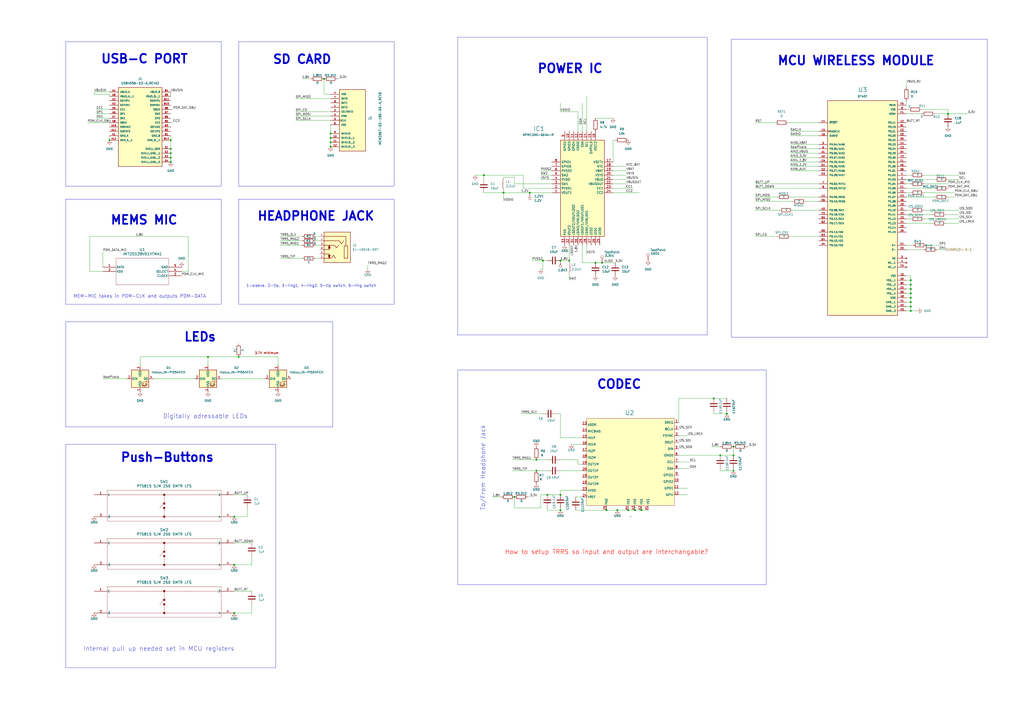
<source format=kicad_sch>
(kicad_sch (version 20231120) (generator "eeschema") (generator_version "8.0")
  (paper "A2")
  (junction (at 138.43 207.01))
  (junction (at 372.11 295.91))
  (junction (at 298.45 288.29))
  (junction (at 414.02 231.14))
  (junction (at 280.67 101.6))
  (junction (at 292.1 111.76))
  (junction (at 364.49 295.91))
  (junction (at 325.12 287.02))
  (junction (at 528.32 172.72))
  (junction (at 99.06 86.36))
  (junction (at 191.77 80.01))
  (junction (at 425.45 259.08))
  (junction (at 63.5 81.28))
  (junction (at 99.06 93.98))
  (junction (at 99.06 88.9))
  (junction (at 528.32 167.64))
  (junction (at 528.32 177.8))
  (junction (at 368.3 295.91))
  (junction (at 120.65 207.01))
  (junction (at 425.45 273.05))
  (junction (at 349.25 152.4))
  (junction (at 135.89 355.6))
  (junction (at 307.34 111.76))
  (junction (at 135.89 327.66))
  (junction (at 417.83 264.16))
  (junction (at 421.64 240.03))
  (junction (at 314.96 151.13))
  (junction (at 345.44 152.4))
  (junction (at 99.06 91.44))
  (junction (at 528.32 170.18))
  (junction (at 549.91 66.04))
  (junction (at 325.12 151.13))
  (junction (at 311.15 273.05))
  (junction (at 528.32 175.26))
  (junction (at 191.77 85.09))
  (junction (at 358.14 295.91))
  (junction (at 191.77 82.55))
  (junction (at 528.32 180.34))
  (junction (at 135.89 299.72))
  (junction (at 187.96 45.72))
  (junction (at 325.12 295.91))
  (junction (at 528.32 165.1))
  (junction (at 528.32 162.56))
  (junction (at 317.5 287.02))
  (junction (at 425.45 264.16))
  (junction (at 191.77 77.47))
  (junction (at 311.15 266.7))
  (junction (at 330.2 151.13))
  (junction (at 351.79 295.91))
  (junction (at 99.06 81.28))
  (bus_entry (at 113.03 195.58) (size 2.54 2.54))
  (bus_entry (at 113.03 194.31) (size 2.54 2.54))
  (bus_entry (at 668.02 199.39) (size 2.54 2.54))
  (wire (pts (xy 280.67 104.14) (xy 280.67 101.6)))
  (wire (pts (xy 303.53 101.6) (xy 303.53 109.22)))
  (wire (pts (xy 553.72 111.76) (xy 535.94 111.76)))
  (wire (pts (xy 99.06 81.28) (xy 99.06 86.36)))
  (wire (pts (xy 54.61 53.34) (xy 63.5 53.34)))
  (wire (pts (xy 398.78 283.21) (xy 393.7 283.21)))
  (wire (pts (xy 528.32 165.1) (xy 528.32 167.64)))
  (wire (pts (xy 52.07 137.16) (xy 109.22 137.16)))
  (wire (pts (xy 355.6 111.76) (xy 370.84 111.76)))
  (wire (pts (xy 528.32 127) (xy 525.78 127)))
  (wire (pts (xy 55.88 68.58) (xy 63.5 68.58)))
  (wire (pts (xy 525.78 48.26) (xy 525.78 50.8)))
  (wire (pts (xy 285.75 288.29) (xy 290.83 288.29)))
  (wire (pts (xy 417.83 271.78) (xy 417.83 273.05)))
  (wire (pts (xy 525.78 162.56) (xy 528.32 162.56)))
  (wire (pts (xy 100.33 71.12) (xy 99.06 71.12)))
  (wire (pts (xy 143.51 287.02) (xy 135.89 287.02)))
  (wire (pts (xy 549.91 63.5) (xy 549.91 66.04)))
  (wire (pts (xy 458.47 137.16) (xy 474.98 137.16)))
  (wire (pts (xy 334.01 295.91) (xy 351.79 295.91)))
  (wire (pts (xy 307.34 288.29) (xy 306.07 288.29)))
  (wire (pts (xy 313.69 287.02) (xy 317.5 287.02)))
  (wire (pts (xy 542.29 104.14) (xy 525.78 104.14)))
  (wire (pts (xy 337.82 142.24) (xy 337.82 152.4)))
  (wire (pts (xy 337.82 152.4) (xy 345.44 152.4)))
  (wire (pts (xy 556.26 127) (xy 535.94 127)))
  (wire (pts (xy 556.26 101.6) (xy 535.94 101.6)))
  (wire (pts (xy 425.45 273.05) (xy 425.45 271.78)))
  (wire (pts (xy 303.53 109.22) (xy 320.04 109.22)))
  (wire (pts (xy 314.96 156.21) (xy 314.96 151.13)))
  (wire (pts (xy 182.88 137.16) (xy 185.42 137.16)))
  (wire (pts (xy 414.02 240.03) (xy 421.64 240.03)))
  (wire (pts (xy 325.12 254) (xy 337.82 254)))
  (wire (pts (xy 322.58 240.03) (xy 325.12 240.03)))
  (wire (pts (xy 331.47 257.81) (xy 337.82 257.81)))
  (wire (pts (xy 525.78 170.18) (xy 528.32 170.18)))
  (wire (pts (xy 191.77 80.01) (xy 191.77 82.55)))
  (wire (pts (xy 311.15 273.05) (xy 317.5 273.05)))
  (wire (pts (xy 187.96 54.61) (xy 191.77 54.61)))
  (wire (pts (xy 280.67 101.6) (xy 303.53 101.6)))
  (wire (pts (xy 355.6 101.6) (xy 363.22 101.6)))
  (wire (pts (xy 298.45 288.29) (xy 298.45 294.64)))
  (wire (pts (xy 292.1 110.49) (xy 292.1 111.76)))
  (wire (pts (xy 457.2 71.12) (xy 474.98 71.12)))
  (wire (pts (xy 358.14 295.91) (xy 364.49 295.91)))
  (wire (pts (xy 363.22 96.52) (xy 355.6 96.52)))
  (wire (pts (xy 542.29 109.22) (xy 525.78 109.22)))
  (wire (pts (xy 135.89 355.6) (xy 146.05 355.6)))
  (wire (pts (xy 556.26 104.14) (xy 549.91 104.14)))
  (wire (pts (xy 368.3 295.91) (xy 372.11 295.91)))
  (wire (pts (xy 556.26 129.54) (xy 548.64 129.54)))
  (wire (pts (xy 438.15 114.3) (xy 450.85 114.3)))
  (wire (pts (xy 135.89 299.72) (xy 143.51 299.72)))
  (wire (pts (xy 55.88 63.5) (xy 63.5 63.5)))
  (wire (pts (xy 171.45 67.31) (xy 191.77 67.31)))
  (wire (pts (xy 59.69 219.71) (xy 73.66 219.71)))
  (wire (pts (xy 162.56 149.86) (xy 175.26 149.86)))
  (wire (pts (xy 349.25 152.4) (xy 356.87 152.4)))
  (wire (pts (xy 325.12 284.48) (xy 337.82 284.48)))
  (wire (pts (xy 138.43 207.01) (xy 161.29 207.01)))
  (wire (pts (xy 280.67 111.76) (xy 292.1 111.76)))
  (wire (pts (xy 99.06 91.44) (xy 99.06 93.98)))
  (wire (pts (xy 458.47 78.74) (xy 474.98 78.74)))
  (wire (pts (xy 438.15 121.92) (xy 452.12 121.92)))
  (wire (pts (xy 414.02 231.14) (xy 421.64 231.14)))
  (wire (pts (xy 525.78 175.26) (xy 528.32 175.26)))
  (wire (pts (xy 120.65 207.01) (xy 120.65 212.09)))
  (wire (pts (xy 528.32 167.64) (xy 525.78 167.64)))
  (wire (pts (xy 414.02 240.03) (xy 414.02 238.76)))
  (wire (pts (xy 335.28 266.7) (xy 335.28 269.24)))
  (wire (pts (xy 458.47 114.3) (xy 474.98 114.3)))
  (wire (pts (xy 109.22 157.48) (xy 105.41 157.48)))
  (wire (pts (xy 372.11 295.91) (xy 375.92 295.91)))
  (wire (pts (xy 528.32 160.02) (xy 525.78 160.02)))
  (wire (pts (xy 561.34 66.04) (xy 549.91 66.04)))
  (wire (pts (xy 458.47 91.44) (xy 474.98 91.44)))
  (wire (pts (xy 438.15 109.22) (xy 474.98 109.22)))
  (wire (pts (xy 54.61 53.34) (xy 54.61 54.61)))
  (wire (pts (xy 313.69 294.64) (xy 313.69 287.02)))
  (wire (pts (xy 162.56 139.7) (xy 175.26 139.7)))
  (wire (pts (xy 367.03 109.22) (xy 355.6 109.22)))
  (wire (pts (xy 325.12 266.7) (xy 335.28 266.7)))
  (wire (pts (xy 553.72 114.3) (xy 549.91 114.3)))
  (wire (pts (xy 528.32 101.6) (xy 525.78 101.6)))
  (wire (pts (xy 340.36 147.32) (xy 340.36 142.24)))
  (wire (pts (xy 335.28 76.2) (xy 335.28 64.77)))
  (wire (pts (xy 302.26 240.03) (xy 314.96 240.03)))
  (wire (pts (xy 100.33 63.5) (xy 99.06 63.5)))
  (wire (pts (xy 297.18 266.7) (xy 311.15 266.7)))
  (wire (pts (xy 528.32 106.68) (xy 525.78 106.68)))
  (wire (pts (xy 337.82 273.05) (xy 325.12 273.05)))
  (wire (pts (xy 325.12 287.02) (xy 325.12 284.48)))
  (wire (pts (xy 187.96 45.72) (xy 187.96 54.61)))
  (wire (pts (xy 298.45 106.68) (xy 320.04 106.68)))
  (wire (pts (xy 438.15 116.84) (xy 459.74 116.84)))
  (wire (pts (xy 292.1 111.76) (xy 307.34 111.76)))
  (wire (pts (xy 135.89 327.66) (xy 146.05 327.66)))
  (wire (pts (xy 534.67 66.04) (xy 525.78 66.04)))
  (wire (pts (xy 191.77 77.47) (xy 191.77 80.01)))
  (wire (pts (xy 458.47 86.36) (xy 474.98 86.36)))
  (wire (pts (xy 458.47 88.9) (xy 474.98 88.9)))
  (wire (pts (xy 171.45 57.15) (xy 191.77 57.15)))
  (wire (pts (xy 313.69 99.06) (xy 320.04 99.06)))
  (wire (pts (xy 541.02 124.46) (xy 525.78 124.46)))
  (wire (pts (xy 525.78 180.34) (xy 528.32 180.34)))
  (wire (pts (xy 162.56 142.24) (xy 175.26 142.24)))
  (wire (pts (xy 325.12 151.13) (xy 330.2 151.13)))
  (wire (pts (xy 438.15 71.12) (xy 449.58 71.12)))
  (wire (pts (xy 541.02 129.54) (xy 525.78 129.54)))
  (wire (pts (xy 99.06 86.36) (xy 99.06 88.9)))
  (wire (pts (xy 120.65 207.01) (xy 138.43 207.01)))
  (wire (pts (xy 146.05 342.9) (xy 135.89 342.9)))
  (wire (pts (xy 191.77 82.55) (xy 191.77 85.09)))
  (wire (pts (xy 400.05 267.97) (xy 393.7 267.97)))
  (wire (pts (xy 308.61 151.13) (xy 314.96 151.13)))
  (wire (pts (xy 363.22 106.68) (xy 355.6 106.68)))
  (wire (pts (xy 313.69 101.6) (xy 320.04 101.6)))
  (wire (pts (xy 311.15 266.7) (xy 317.5 266.7)))
  (wire (pts (xy 182.88 142.24) (xy 185.42 142.24)))
  (wire (pts (xy 109.22 137.16) (xy 109.22 157.48)))
  (wire (pts (xy 81.28 207.01) (xy 120.65 207.01)))
  (wire (pts (xy 330.2 162.56) (xy 330.2 158.75)))
  (wire (pts (xy 549.91 66.04) (xy 542.29 66.04)))
  (wire (pts (xy 458.47 96.52) (xy 474.98 96.52)))
  (wire (pts (xy 528.32 170.18) (xy 528.32 172.72)))
  (wire (pts (xy 528.32 180.34) (xy 528.32 177.8)))
  (wire (pts (xy 52.07 157.48) (xy 52.07 137.16)))
  (wire (pts (xy 421.64 240.03) (xy 421.64 238.76)))
  (wire (pts (xy 196.85 45.72) (xy 195.58 45.72)))
  (wire (pts (xy 459.74 121.92) (xy 474.98 121.92)))
  (wire (pts (xy 534.67 63.5) (xy 549.91 63.5)))
  (wire (pts (xy 528.32 162.56) (xy 528.32 165.1)))
  (wire (pts (xy 55.88 66.04) (xy 63.5 66.04)))
  (wire (pts (xy 543.56 144.78) (xy 548.64 144.78)))
  (wire (pts (xy 175.26 45.72) (xy 180.34 45.72)))
  (wire (pts (xy 317.5 287.02) (xy 325.12 287.02)))
  (wire (pts (xy 528.32 177.8) (xy 528.32 175.26)))
  (wire (pts (xy 356.87 81.28) (xy 355.6 81.28)))
  (wire (pts (xy 363.22 99.06) (xy 355.6 99.06)))
  (wire (pts (xy 393.7 245.11) (xy 393.7 231.14)))
  (wire (pts (xy 298.45 102.87) (xy 298.45 106.68)))
  (wire (pts (xy 292.1 111.76) (xy 292.1 116.84)))
  (wire (pts (xy 317.5 295.91) (xy 317.5 294.64)))
  (wire (pts (xy 525.78 58.42) (xy 525.78 60.96)))
  (wire (pts (xy 317.5 295.91) (xy 325.12 295.91)))
  (wire (pts (xy 417.83 264.16) (xy 425.45 264.16)))
  (wire (pts (xy 398.78 252.73) (xy 393.7 252.73)))
  (wire (pts (xy 50.8 71.12) (xy 63.5 71.12)))
  (wire (pts (xy 549.91 106.68) (xy 535.94 106.68)))
  (wire (pts (xy 340.36 55.88) (xy 340.36 76.2)))
  (wire (pts (xy 544.83 142.24) (xy 537.21 142.24)))
  (wire (pts (xy 528.32 162.56) (xy 528.32 160.02)))
  (wire (pts (xy 434.34 259.08) (xy 433.07 259.08)))
  (wire (pts (xy 81.28 212.09) (xy 81.28 207.01)))
  (wire (pts (xy 146.05 355.6) (xy 146.05 350.52)))
  (wire (pts (xy 527.05 63.5) (xy 525.78 63.5)))
  (wire (pts (xy 458.47 99.06) (xy 474.98 99.06)))
  (wire (pts (xy 143.51 299.72) (xy 143.51 294.64)))
  (wire (pts (xy 438.15 137.16) (xy 450.85 137.16)))
  (wire (pts (xy 162.56 137.16) (xy 175.26 137.16)))
  (wire (pts (xy 528.32 111.76) (xy 525.78 111.76)))
  (wire (pts (xy 351.79 295.91) (xy 358.14 295.91)))
  (wire (pts (xy 330.2 142.24) (xy 330.2 151.13)))
  (wire (pts (xy 63.5 54.61) (xy 63.5 55.88)))
  (wire (pts (xy 99.06 78.74) (xy 99.06 81.28)))
  (wire (pts (xy 335.28 269.24) (xy 337.82 269.24)))
  (wire (pts (xy 364.49 295.91) (xy 368.3 295.91)))
  (wire (pts (xy 525.78 144.78) (xy 535.94 144.78)))
  (wire (pts (xy 458.47 83.82) (xy 474.98 83.82)))
  (wire (pts (xy 171.45 69.85) (xy 191.77 69.85)))
  (wire (pts (xy 63.5 78.74) (xy 63.5 81.28)))
  (wire (pts (xy 525.78 165.1) (xy 528.32 165.1)))
  (wire (pts (xy 400.05 271.78) (xy 393.7 271.78)))
  (wire (pts (xy 425.45 259.08) (xy 425.45 264.16)))
  (wire (pts (xy 146.05 314.96) (xy 135.89 314.96)))
  (wire (pts (xy 171.45 64.77) (xy 191.77 64.77)))
  (wire (pts (xy 355.6 68.58) (xy 345.44 68.58)))
  (wire (pts (xy 161.29 207.01) (xy 161.29 212.09)))
  (wire (pts (xy 556.26 121.92) (xy 535.94 121.92)))
  (wire (pts (xy 313.69 104.14) (xy 320.04 104.14)))
  (wire (pts (xy 337.82 59.69) (xy 337.82 76.2)))
  (wire (pts (xy 182.88 149.86) (xy 185.42 149.86)))
  (wire (pts (xy 146.05 327.66) (xy 146.05 322.58)))
  (wire (pts (xy 213.36 156.21) (xy 213.36 153.67)))
  (wire (pts (xy 438.15 106.68) (xy 474.98 106.68)))
  (wire (pts (xy 128.27 219.71) (xy 153.67 219.71)))
  (wire (pts (xy 191.77 72.39) (xy 191.77 77.47)))
  (wire (pts (xy 355.6 81.28) (xy 355.6 93.98)))
  (wire (pts (xy 458.47 93.98) (xy 474.98 93.98)))
  (wire (pts (xy 528.32 170.18) (xy 528.32 167.64)))
  (wire (pts (xy 458.47 76.2) (xy 474.98 76.2)))
  (wire (pts (xy 275.59 101.6) (xy 280.67 101.6)))
  (wire (pts (xy 467.36 116.84) (xy 474.98 116.84)))
  (wire (pts (xy 398.78 287.02) (xy 393.7 287.02)))
  (wire (pts (xy 528.32 172.72) (xy 525.78 172.72)))
  (wire (pts (xy 59.69 157.48) (xy 52.07 157.48)))
  (wire (pts (xy 313.69 156.21) (xy 314.96 156.21)))
  (wire (pts (xy 542.29 114.3) (xy 525.78 114.3)))
  (wire (pts (xy 525.78 177.8) (xy 528.32 177.8)))
  (wire (pts (xy 298.45 294.64) (xy 313.69 294.64)))
  (wire (pts (xy 532.13 180.34) (xy 528.32 180.34)))
  (wire (pts (xy 307.34 111.76) (xy 320.04 111.76)))
  (wire (pts (xy 297.18 273.05) (xy 311.15 273.05)))
  (wire (pts (xy 393.7 231.14) (xy 414.02 231.14)))
  (wire (pts (xy 59.69 146.05) (xy 59.69 154.94)))
  (wire (pts (xy 412.75 259.08) (xy 417.83 259.08)))
  (wire (pts (xy 335.28 64.77) (xy 325.12 64.77)))
  (wire (pts (xy 417.83 273.05) (xy 425.45 273.05)))
  (wire (pts (xy 99.06 88.9) (xy 99.06 91.44)))
  (wire (pts (xy 334.01 288.29) (xy 337.82 288.29)))
  (wire (pts (xy 325.12 59.69) (xy 325.12 64.77)))
  (wire (pts (xy 314.96 151.13) (xy 317.5 151.13)))
  (wire (pts (xy 529.59 142.24) (xy 525.78 142.24)))
  (wire (pts (xy 363.22 104.14) (xy 355.6 104.14)))
  (wire (pts (xy 88.9 219.71) (xy 113.03 219.71)))
  (wire (pts (xy 54.61 54.61) (xy 63.5 54.61)))
  (wire (pts (xy 556.26 124.46) (xy 548.64 124.46)))
  (wire (pts (xy 325.12 240.03) (xy 325.12 254)))
  (wire (pts (xy 528.32 175.26) (xy 528.32 172.72)))
  (wire (pts (xy 182.88 139.7) (xy 185.42 139.7)))
  (wire (pts (xy 528.32 121.92) (xy 525.78 121.92)))
  (wire (pts (xy 325.12 295.91) (xy 325.12 294.64)))
  (wire (pts (xy 99.06 53.34) (xy 99.06 55.88)))
  (wire (pts (xy 292.1 102.87) (xy 298.45 102.87)))
  (wire (pts (xy 345.44 152.4) (xy 349.25 152.4)))
  (wire (pts (xy 393.7 264.16) (xy 417.83 264.16)))
  (rectangle (start 265.43 21.59) (end 410.21 194.31))
  (rectangle (start 424.18 22.86) (end 572.77 195.58))
  (rectangle (start 38.1 115.57) (end 128.27 176.53))
  (rectangle (start 38.1 24.13) (end 128.27 107.95))
  (rectangle (start 138.43 24.13) (end 228.6 107.95))
  (rectangle (start 38.1 257.81) (end 160.02 387.35))
  (rectangle (start 265.43 214.63) (end 444.5 339.09))
  (rectangle (start 38.1 186.69) (end 193.04 247.65))
  (rectangle (start 138.43 115.57) (end 228.6 176.53))
  (text "MEM-MIC takes in PDM-CLK and outputs PDM-DATA\n" (at 81.026 171.958 0) (effects (font (size 1.905 1.905))))
  (text "How to setup TRRS so input and output are interchangable? \n" (at 352.806 320.294 0) (effects (font (size 2.54 2.54) (thickness 0.254) (bold yes))))
  (text "SD CARD" (at 175.26 34.544 0) (effects (font (size 5.08 5.08) (thickness 1.016) (bold yes))))
  (text "Push-Buttons\n" (at 97.028 265.43 0) (effects (font (size 5.08 5.08) (thickness 1.016) (bold yes))))
  (text "3.7V minimum\n" (at 154.686 204.978 0) (effects (font (size 1.27 1.27) (thickness 0.254) (bold yes))))
  (text "USB-C PORT\n" (at 83.82 34.29 0) (effects (font (size 5.08 5.08) (thickness 1.016) (bold yes))))
  (text "Internal pull up needed set in MCU registers\n" (at 92.202 376.428 0) (effects (font (size 2.54 2.54))))
  (text "To/From Headphone Jack \n" (at 280.162 270.51 90) (effects (font (size 2.54 2.54))))
  (text "POWER IC\n" (at 330.708 39.878 0) (effects (font (size 5.08 5.08) (thickness 1.016) (bold yes))))
  (text "Digitally adressable LEDs\n" (at 119.126 241.554 0) (effects (font (size 2.54 2.54))))
  (text "1-sleeve, 2-tip, 3-ring1, 4-ring2, 5-tip switch, 6-ring switch\n" (at 180.594 165.862 0) (effects (font (size 1.524 1.524))))
  (text "HEADPHONE JACK \n" (at 185.166 125.476 0) (effects (font (size 5.08 5.08) (thickness 1.016) (bold yes))))
  (text "MCU WIRELESS MODULE\n" (at 496.57 35.306 0) (effects (font (size 5.08 5.08) (thickness 1.016) (bold yes))))
  (text "MEMS MIC\n" (at 83.566 127.762 0) (effects (font (size 5.08 5.08) (thickness 1.016) (bold yes))))
  (text "LEDs\n" (at 116.078 195.58 0) (effects (font (size 5.08 5.08) (thickness 1.016) (bold yes))))
  (text "CODEC\n" (at 359.156 223.012 0) (effects (font (size 5.08 5.08) (thickness 1.016) (bold yes))))
  (label "VSYS" (at 340.36 147.32 0))
  (label "1.2V" (at 302.26 111.76 0))
  (label "3.3V" (at 434.34 259.08 0))
  (label "I2S_SDO" (at 556.26 121.92 0))
  (label "PDM_CLK_SBU" (at 50.8 71.12 0))
  (label "1.8V" (at 175.26 45.72 0))
  (label "SCL" (at 400.05 267.97 0))
  (label "DP1" (at 544.83 142.24 0))
  (label "SPI_MISO" (at 171.45 57.15 0))
  (label "BUTT_RT" (at 525.78 71.12 0))
  (label "VSYS" (at 313.69 104.14 0))
  (label "TRRS_RNG1" (at 162.56 142.24 0))
  (label "1.8V" (at 285.75 288.29 0))
  (label "SW2" (at 330.2 162.56 0))
  (label "SCL" (at 556.26 104.14 0))
  (label "AIN2_VBUS" (at 458.47 88.9 0))
  (label "SPI_CS" (at 438.15 137.16 0))
  (label "VSYS" (at 363.22 101.6 0))
  (label "PDM_DAT_SBU" (at 100.33 63.5 0))
  (label "PVSS2" (at 313.69 99.06 0))
  (label "1.8V" (at 78.74 137.16 0))
  (label "SPI_MOSI" (at 438.15 114.3 0))
  (label "VLDO" (at 350.52 152.4 0))
  (label "DN1" (at 55.88 68.58 0))
  (label "I2S_LRCK" (at 556.26 129.54 0))
  (label "3.3V" (at 356.87 152.4 0))
  (label "RST" (at 438.15 71.12 0))
  (label "VDDIO" (at 325.12 64.77 0))
  (label "TRRS_TIP" (at 162.56 149.86 0))
  (label "CC2" (at 367.03 111.76 180))
  (label "1.8V" (at 335.28 142.24 270))
  (label "SCL" (at 340.36 68.58 270))
  (label "BUTT_UP" (at 438.15 106.68 0))
  (label "VBAT" (at 363.22 99.06 0))
  (label "SDA" (at 556.26 101.6 0))
  (label "PDM_DAT_SBU" (at 553.72 114.3 0))
  (label "1.8V" (at 325.12 151.13 0))
  (label "DP1" (at 55.88 66.04 0))
  (label "SPI_MOSI" (at 171.45 67.31 0))
  (label "BUTT_UP" (at 135.89 287.02 0))
  (label "I2S_SDO" (at 393.7 260.35 0))
  (label "DN1" (at 544.83 144.78 0))
  (label "AIN3_3.3V" (at 458.47 91.44 0))
  (label "SWCLK" (at 458.47 76.2 0))
  (label "AIN4_1.8V" (at 458.47 93.98 0))
  (label "AIN5_1.2V" (at 458.47 96.52 0))
  (label "BUTT_DOWN" (at 438.15 109.22 0))
  (label "CC1" (at 367.03 109.22 180))
  (label "PDM_DATA_MIC" (at 59.69 146.05 0))
  (label "CC1" (at 55.88 63.5 0))
  (label "I2S_SDI" (at 556.26 124.46 0))
  (label "AIN6_AUX" (at 458.47 99.06 0))
  (label "PDM_CLK_MIC" (at 549.91 106.68 0))
  (label "SPI_SCLK" (at 438.15 121.92 0))
  (label "PDM_DAT_MIC" (at 549.91 109.22 0))
  (label "NeoPixels" (at 59.69 219.71 0))
  (label "PDM_CLK_SBU" (at 553.72 111.76 0))
  (label "PDM_CLK_MIC" (at 105.41 160.02 0))
  (label "SPI_CS" (at 171.45 64.77 0))
  (label "TRRS_SLV" (at 162.56 137.16 0))
  (label "SWDIO" (at 458.47 78.74 0))
  (label "3.3V" (at 196.85 45.72 0))
  (label "TRRS_SLV" (at 302.26 240.03 0))
  (label "SW2" (at 313.69 101.6 0))
  (label "SDA" (at 400.05 271.78 0))
  (label "TRRS_RNG2" (at 213.36 153.67 0))
  (label "TRRS_RNG1" (at 297.18 266.7 0))
  (label "CC2" (at 100.33 71.12 0))
  (label "TRRS_TIP" (at 297.18 273.05 0))
  (label "VBUSOUT" (at 363.22 106.68 0))
  (label "AIN0_VBAT" (at 458.47 83.82 0))
  (label "3.3V" (at 561.34 66.04 0))
  (label "NTC_BAT" (at 363.22 96.52 0))
  (label "VBUS_5V" (at 525.78 48.26 0))
  (label "I2S_LRCK" (at 398.78 252.73 0))
  (label "SDA" (at 337.82 68.58 270))
  (label "PVSS2" (at 308.61 151.13 0))
  (label "VBUSIN" (at 54.61 53.34 0))
  (label "VBUSIN" (at 99.06 53.34 0))
  (label "SPI_SCLK" (at 171.45 69.85 0))
  (label "1.8V" (at 412.75 259.08 0))
  (label "TRRS_RNG2" (at 162.56 139.7 0))
  (label "I2S_SCK" (at 556.26 127 0))
  (label "LSOUT" (at 332.74 142.24 270))
  (label "BUTT_DOWN" (at 135.89 314.96 0))
  (label "NeoPixels" (at 458.47 86.36 0))
  (label "I2S_SDI" (at 393.7 256.54 0))
  (label "VDDIO" (at 292.1 116.84 0))
  (label "SPI_MISO" (at 438.15 116.84 0))
  (label "I2S_SCK" (at 393.7 248.92 0))
  (label "BUTT_RT" (at 135.89 342.9 0))
  (label "3.3V" (at 307.34 288.29 0))
  (label "VBUSIN" (at 363.22 104.14 0))
  (hierarchical_label "USB1{D+ D-}" (shape input) (at 548.64 144.78 0))
  (symbol (lib_id "power:GND") (at 213.36 156.21 0) (unit 1)
    (property "Reference" "#PWR014" (effects (hide yes)))
    (property "Value" "GND" (at 213.36 159.512 0))
    (property "Description" "Power symbol creates a global label with name \"GND\" , ground" (effects (hide yes)))
  )
  (symbol (lib_id "power:GND") (at 54.61 299.72 0) (unit 1)
    (property "Reference" "#PWR01" (effects (hide yes)))
    (property "Value" "GND" (at 54.61 303.022 0))
    (property "Description" "Power symbol creates a global label with name \"GND\" , ground" (effects (hide yes)))
  )
  (symbol (lib_id "Microphone:IM72D128V01XTMA1") (at 59.69 154.94 0) (unit 1)
    (property "Reference" "U1" (at 82.55 144.78 0) (effects (font (size 1.524 1.524))))
    (property "Value" "IM72D128V01XTMA1" (at 82.55 147.32 0) (effects (font (size 1.524 1.524))))
    (property "Footprint" "Microphone:PG-LLGA-5-3_INF" (effects (hide yes)))
    (property "Datasheet" "IM72D128V01XTMA1" (effects (hide yes)))
    (property "Description" "MIC MEMS DIGITAL PDM OMNI -36DB" (effects (hide yes)))
  )
  (symbol (lib_id "Device:R") (at 184.15 45.72 270) (unit 1)
    (property "Reference" "1.8V1" (at 184.15 43.688 90))
    (property "Value" "0" (at 184.15 48.006 90))
    (property "Footprint" "Resistor_SMD:R_0402_1005Metric" (effects (hide yes)))
    (property "Description" "Resistor" (effects (hide yes)))
  )
  (symbol (lib_id "Device:R") (at 138.43 203.2 0) (unit 1)
    (property "Reference" "R1" (at 136.398 203.2 90))
    (property "Value" "0" (at 140.716 203.2 90))
    (property "Footprint" "Resistor_SMD:R_0402_1005Metric" (effects (hide yes)))
    (property "Description" "Resistor" (effects (hide yes)))
  )
  (symbol (lib_id "power:GND") (at 375.92 151.13 0) (unit 1)
    (property "Reference" "#PWR027" (effects (hide yes)))
    (property "Value" "GND" (at 375.92 156.21 0))
    (property "Description" "Power symbol creates a global label with name \"GND\" , ground" (effects (hide yes)))
  )
  (symbol (lib_id "Device:C") (at 317.5 290.83 180) (unit 1)
    (property "Reference" "C5" (at 321.564 293.878 90))
    (property "Value" "0.1uf" (at 321.31 289.814 90))
    (property "Footprint" "Capacitor_SMD:C_0402_1005Metric_Pad0.74x0.62mm_HandSolder" (effects (hide yes)))
    (property "Description" "Unpolarized capacitor" (effects (hide yes)))
  )
  (symbol (lib_id "Device:R") (at 454.66 114.3 90) (unit 1)
    (property "Reference" "MOSI1" (at 454.66 112.268 90))
    (property "Value" "0" (at 454.66 114.3 90))
    (property "Footprint" "Resistor_SMD:R_0402_1005Metric" (effects (hide yes)))
    (property "Description" "Resistor" (effects (hide yes)))
  )
  (symbol (lib_id "power:GND") (at 120.65 227.33 0) (unit 1)
    (property "Reference" "#PWR08" (effects (hide yes)))
    (property "Value" "GND" (at 120.65 232.41 0))
    (property "Description" "Power symbol creates a global label with name \"GND\" , ground" (effects (hide yes)))
  )
  (symbol (lib_id "Connector:TestPoint") (at 325.12 151.13 180) (unit 1)
    (property "Reference" "1.8V3" (at 323.596 156.718 0) (effects (justify right)))
    (property "Value" "1.8V" (effects (hide yes)))
    (property "Footprint" "TestPoint:TestPoint_Pad_1.0x1.0mm" (effects (hide yes)))
    (property "Description" "test point" (effects (hide yes)))
  )
  (symbol (lib_id "Device:C") (at 321.31 273.05 90) (unit 1)
    (property "Reference" "C9" (at 318.262 277.114 90))
    (property "Value" "10uF" (at 322.326 276.86 90))
    (property "Footprint" "Capacitor_SMD:C_0402_1005Metric_Pad0.74x0.62mm_HandSolder" (effects (hide yes)))
    (property "Description" "Unpolarized capacitor" (effects (hide yes)))
  )
  (symbol (lib_id "Device:R") (at 345.44 72.39 0) (unit 1)
    (property "Reference" "R8" (at 347.98 71.1199 0) (effects (justify left)))
    (property "Value" "4.7k" (at 347.98 73.6599 0) (effects (justify left)))
    (property "Footprint" "Resistor_SMD:R_0402_1005Metric" (effects (hide yes)))
    (property "Description" "Resistor" (effects (hide yes)))
  )
  (symbol (lib_id "Device:R") (at 525.78 54.61 0) (unit 1)
    (property "Reference" "R10" (at 528.32 53.3399 0) (effects (justify left)))
    (property "Value" "0" (at 528.32 55.8799 0) (effects (justify left)))
    (property "Footprint" "Resistor_SMD:R_0402_1005Metric" (effects (hide yes)))
    (property "Description" "Resistor" (effects (hide yes)))
  )
  (symbol (lib_id "power:GND") (at 54.61 327.66 0) (unit 1)
    (property "Reference" "#PWR02" (effects (hide yes)))
    (property "Value" "GND" (at 54.61 330.962 0))
    (property "Description" "Power symbol creates a global label with name \"GND\" , ground" (effects (hide yes)))
  )
  (symbol (lib_id "LED:Inolux_IN-PI554FCH") (at 81.28 219.71 0) (unit 1)
    (property "Reference" "D1" (at 97.79 213.3914 0))
    (property "Value" "Inolux_IN-PI554FCH" (at 97.79 215.9314 0))
    (property "Footprint" "LED_SMD:LED_Inolux_IN-PI554FCH_PLCC4_5.0x5.0mm_P3.2mm" (effects (hide yes)))
    (property "Datasheet" "http://www.inolux-corp.com/datasheet/SMDLED/Addressable%20LED/IN-PI554FCH.pdf" (effects (hide yes)))
    (property "Description" "5050 RGB LED 4-Pin with integrated IC" (effects (hide yes)))
  )
  (symbol (lib_id "power:GND") (at 358.14 295.91 0) (unit 1)
    (property "Reference" "#PWR025" (effects (hide yes)))
    (property "Value" "GND" (at 358.14 299.212 0))
    (property "Description" "Power symbol creates a global label with name \"GND\" , ground" (effects (hide yes)))
  )
  (symbol (lib_id "Device:R") (at 311.15 276.86 0) (unit 1)
    (property "Reference" "R7" (at 312.674 275.844 0) (effects (justify left)))
    (property "Value" "R" (at 312.928 278.13 0) (effects (justify left)))
    (property "Footprint" "Resistor_SMD:R_0402_1005Metric" (effects (hide yes)))
    (property "Description" "Resistor" (effects (hide yes)))
  )
  (symbol (lib_id "Device:R") (at 539.75 144.78 90) (unit 1)
    (property "Reference" "D-1" (at 538.734 142.494 90))
    (property "Value" "0" (at 540.004 144.526 90))
    (property "Footprint" "Resistor_SMD:R_0402_1005Metric" (effects (hide yes)))
    (property "Description" "Resistor" (effects (hide yes)))
  )
  (symbol (lib_id "power:GND") (at 311.15 259.08 180) (unit 1)
    (property "Reference" "#PWR016" (effects (hide yes)))
    (property "Value" "GND" (at 311.15 255.778 0))
    (property "Description" "Power symbol creates a global label with name \"GND\" , ground" (effects (hide yes)))
  )
  (symbol (lib_id "power:GND") (at 135.89 327.66 0) (unit 1)
    (property "Reference" "#PWR010" (effects (hide yes)))
    (property "Value" "GND" (at 135.89 330.962 0))
    (property "Description" "Power symbol creates a global label with name \"GND\" , ground" (effects (hide yes)))
  )
  (symbol (lib_id "Switch_Pushbutton:PTS815_SJM_250_SMTR_LFS") (at 54.61 287.02 0) (unit 1)
    (property "Reference" "SW1" (at 95.25 279.4 0) (effects (font (size 1.524 1.524))))
    (property "Value" "PTS815 SJM 250 SMTR LFS" (at 95.25 281.94 0) (effects (font (size 1.524 1.524))))
    (property "Footprint" "Switch_Pushbutton:SW4_PTS815 SJM 250 SMTR LFS_CNK" (effects (hide yes)))
    (property "Datasheet" "PTS815 SJM 250 SMTR LFS" (effects (hide yes)))
    (property "Description" "SWITCH TACTILE SPST-NO 0.05A 12V" (effects (hide yes)))
  )
  (symbol (lib_id "Device:R") (at 429.26 259.08 270) (unit 1)
    (property "Reference" "R3.3V3" (at 429.26 257.048 90))
    (property "Value" "0" (at 429.514 261.366 90))
    (property "Footprint" "Resistor_SMD:R_0402_1005Metric" (effects (hide yes)))
    (property "Description" "Resistor" (effects (hide yes)))
  )
  (symbol (lib_id "Connector_TF:MEM2067-02-180-00-A_REVB") (at 196.85 64.77 0) (unit 1)
    (property "Reference" "J3" (at 213.36 68.5799 0) (effects (justify left)))
    (property "Value" "MEM2067-02-180-00-A_REVB" (at 220.472 84.074 90) (effects (justify left)))
    (property "Footprint" "Connector_TF:GCT_MEM2067-02-180-00-A_REVB" (effects (hide yes)))
    (property "Datasheet" "https://gct.co/files/specs/mem2067-spec.pdf" (effects (hide yes)))
    (property "Description" "MICRO SD HINGED, SMT, 1.80MM PRO" (effects (hide yes)))
    (property "MANUFACTURER" "GCT" (effects (hide yes)))
  )
  (symbol (lib_id "Device:R") (at 302.26 288.29 270) (unit 1)
    (property "Reference" "R3.3V2" (at 302.26 286.258 90))
    (property "Value" "0" (at 302.514 290.576 90))
    (property "Footprint" "Resistor_SMD:R_0402_1005Metric" (effects (hide yes)))
    (property "Description" "Resistor" (effects (hide yes)))
  )
  (symbol (lib_id "power:GND") (at 99.06 93.98 0) (unit 1)
    (property "Reference" "#PWR06" (effects (hide yes)))
    (property "Value" "GND" (at 99.06 99.06 0))
    (property "Description" "Power symbol creates a global label with name \"GND\" , ground" (effects (hide yes)))
  )
  (symbol (lib_id "Device:R") (at 533.4 142.24 90) (unit 1)
    (property "Reference" "D+1" (at 532.384 139.954 90))
    (property "Value" "0" (at 533.654 141.986 90))
    (property "Footprint" "Resistor_SMD:R_0402_1005Metric" (effects (hide yes)))
    (property "Description" "Resistor" (effects (hide yes)))
  )
  (symbol (lib_id "Device:L") (at 330.2 154.94 0) (unit 1)
    (property "Reference" "L2" (at 331.47 153.6699 0) (effects (justify left)))
    (property "Value" "2.2uH" (at 331.47 156.2099 0) (effects (justify left)))
    (property "Footprint" "Inductor_SMD:L_0402_1005Metric" (effects (hide yes)))
    (property "Description" "Inductor" (effects (hide yes)))
  )
  (symbol (lib_id "Device:C") (at 325.12 290.83 180) (unit 1)
    (property "Reference" "C10" (at 329.184 293.878 90))
    (property "Value" "10uF" (at 328.93 289.814 90))
    (property "Footprint" "Capacitor_SMD:C_0402_1005Metric_Pad0.74x0.62mm_HandSolder" (effects (hide yes)))
    (property "Description" "Unpolarized capacitor" (effects (hide yes)))
  )
  (symbol (lib_id "Switch_Pushbutton:PTS815_SJM_250_SMTR_LFS") (at 54.61 342.9 0) (unit 1)
    (property "Reference" "SW3" (at 95.25 335.28 0) (effects (font (size 1.524 1.524))))
    (property "Value" "PTS815 SJM 250 SMTR LFS" (at 95.25 337.82 0) (effects (font (size 1.524 1.524))))
    (property "Footprint" "Switch_Pushbutton:SW4_PTS815 SJM 250 SMTR LFS_CNK" (effects (hide yes)))
    (property "Datasheet" "PTS815 SJM 250 SMTR LFS" (effects (hide yes)))
    (property "Description" "SWITCH TACTILE SPST-NO 0.05A 12V" (effects (hide yes)))
  )
  (symbol (lib_id "Connector_Audio_SJ43:SJ-43516-SMT") (at 195.58 144.78 0) (mirror y) (unit 1)
    (property "Reference" "J2" (at 204.47 142.2399 0) (effects (justify right)))
    (property "Value" "SJ-43516-SMT" (at 204.47 144.7799 0) (effects (justify right)))
    (property "Footprint" "Connector_Audio_SJ43:CUI_SJ-43516-SMT" (effects (hide yes)))
    (property "Datasheet" "https://www.cuidevices.com/product/resource/sj-4351x-smt.pdf" (effects (hide yes)))
    (property "Description" "CONN JACK 4COND 3.5MM SMD R/A" (effects (hide yes)))
    (property "DigiKey_Part_Number" "CP-43516SJTR-ND" (effects (hide yes)))
    (property "MF" "CUI Devices" (effects (hide yes)))
    (property "Purchase-URL" "https://www.snapeda.com/api/url_track_click_mouser/?unipart_id=702652&manufacturer=CUI Devices&part_name=SJ-43516-SMT&search_term=None" (effects (hide yes)))
    (property "Package" "None" (effects (hide yes)))
    (property "Check_prices" "https://www.snapeda.com/parts/SJ-43516-SMT/CUI+Devices/view-part/?ref=eda" (effects (hide yes)))
    (property "PART_REV" "1.02" (effects (hide yes)))
    (property "STANDARD" "MANUFACTURER RECOMMENDATIONS" (effects (hide yes)))
    (property "SnapEDA_Link" "https://www.snapeda.com/parts/SJ-43516-SMT/CUI+Devices/view-part/?ref=snap" (effects (hide yes)))
    (property "MP" "SJ-43516-SMT" (effects (hide yes)))
    (property "Description_1" "\n3.50mm (0.141, 1/8, Mini Plug) - Headphone Phone Jack Stereo (4 Conductor, TRRS) Connector Solder\n" (effects (hide yes)))
    (property "MANUFACTURER" "CUI INC" (effects (hide yes)))
  )
  (symbol (lib_id "Device:R") (at 544.83 129.54 90) (unit 1)
    (property "Reference" "I2S_LRCK1" (at 543.814 127.254 90))
    (property "Value" "0" (at 545.084 129.286 90))
    (property "Footprint" "Resistor_SMD:R_0402_1005Metric" (effects (hide yes)))
    (property "Description" "Resistor" (effects (hide yes)))
  )
  (symbol (lib_id "power:GND") (at 191.77 85.09 0) (mirror y) (unit 1)
    (property "Reference" "#PWR013" (effects (hide yes)))
    (property "Value" "GND" (at 191.77 90.17 0))
    (property "Description" "Power symbol creates a global label with name \"GND\" , ground" (effects (hide yes)))
  )
  (symbol (lib_id "Connector_USBC:USB4056-03-A_REVA2") (at 81.28 66.04 0) (unit 1)
    (property "Reference" "J1" (at 81.28 45.72 0))
    (property "Value" "USB4056-03-A_REVA2" (at 81.28 48.26 0))
    (property "Footprint" "Connector_USBC:GCT_USB4056-03-A_REVA2" (effects (hide yes)))
    (property "Datasheet" "https://gct.co/files/drawings/usb4056.pdf" (effects (hide yes)))
    (property "Description" "USB C 3.2 REC, HORZ, HYBRID PCB" (effects (hide yes)))
    (property "PARTREV" "A2" (effects (hide yes)))
    (property "STANDARD" "Manufacturer Recommendations" (effects (hide yes)))
    (property "SNAPEDA_PN" "USB4056-03-A" (effects (hide yes)))
    (property "MAXIMUM_PACKAGE_HEIGHT" "3.31 mm" (effects (hide yes)))
    (property "MANUFACTURER" "GCT" (effects (hide yes)))
  )
  (symbol (lib_id "power:GND") (at 327.66 142.24 0) (unit 1)
    (property "Reference" "#PWR020" (effects (hide yes)))
    (property "Value" "GND" (at 327.66 145.542 0))
    (property "Description" "Power symbol creates a global label with name \"GND\" , ground" (effects (hide yes)))
  )
  (symbol (lib_id "Connector:TestPoint") (at 349.25 152.4 0) (unit 1)
    (property "Reference" "3.3V1" (at 350.774 148.336 0) (effects (justify left)))
    (property "Value" "TestPoint" (at 350.52 146.304 0) (effects (justify left)))
    (property "Footprint" "TestPoint:TestPoint_Pad_1.0x1.0mm" (effects (hide yes)))
    (property "Description" "test point" (effects (hide yes)))
  )
  (symbol (lib_id "power:GND") (at 364.49 81.28 0) (unit 1)
    (property "Reference" "#PWR026" (effects (hide yes)))
    (property "Value" "GND" (at 364.49 86.36 0))
    (property "Description" "Power symbol creates a global label with name \"GND\" , ground" (effects (hide yes)))
  )
  (symbol (lib_id "Device:C") (at 146.05 318.77 0) (unit 1)
    (property "Reference" "C2" (at 149.86 317.4999 0) (effects (justify left)))
    (property "Value" "1uF" (at 149.86 320.0399 0) (effects (justify left)))
    (property "Footprint" "Capacitor_SMD:C_0402_1005Metric_Pad0.74x0.62mm_HandSolder" (effects (hide yes)))
    (property "Description" "Unpolarized capacitor" (effects (hide yes)))
  )
  (symbol (lib_id "power:GND") (at 63.5 81.28 0) (unit 1)
    (property "Reference" "#PWR04" (effects (hide yes)))
    (property "Value" "GND" (at 63.5 86.36 0))
    (property "Description" "Power symbol creates a global label with name \"GND\" , ground" (effects (hide yes)))
  )
  (symbol (lib_id "power:GND") (at 54.61 355.6 0) (unit 1)
    (property "Reference" "#PWR03" (effects (hide yes)))
    (property "Value" "GND" (at 54.61 358.902 0))
    (property "Description" "Power symbol creates a global label with name \"GND\" , ground" (effects (hide yes)))
  )
  (symbol (lib_id "Device:R") (at 179.07 142.24 270) (unit 1)
    (property "Reference" "R4" (at 179.07 142.24 90))
    (property "Value" "0" (at 182.626 141.224 90))
    (property "Footprint" "Resistor_SMD:R_0402_1005Metric" (effects (hide yes)))
    (property "Description" "Resistor" (effects (hide yes)))
  )
  (symbol (lib_id "Device:R") (at 179.07 137.16 270) (unit 1)
    (property "Reference" "R2" (at 179.07 137.16 90))
    (property "Value" "0" (at 182.372 135.636 90))
    (property "Footprint" "Resistor_SMD:R_0402_1005Metric" (effects (hide yes)))
    (property "Description" "Resistor" (effects (hide yes)))
  )
  (symbol (lib_id "Device:C") (at 417.83 267.97 180) (unit 1)
    (property "Reference" "C15" (at 421.894 271.018 90))
    (property "Value" "0.1uf" (at 421.64 266.954 90))
    (property "Footprint" "Capacitor_SMD:C_0402_1005Metric_Pad0.74x0.62mm_HandSolder" (effects (hide yes)))
    (property "Description" "Unpolarized capacitor" (effects (hide yes)))
  )
  (symbol (lib_id "Device:R") (at 544.83 124.46 90) (unit 1)
    (property "Reference" "I2S_SDI1" (at 543.814 122.174 90))
    (property "Value" "0" (at 545.084 124.206 90))
    (property "Footprint" "Resistor_SMD:R_0402_1005Metric" (effects (hide yes)))
    (property "Description" "Resistor" (effects (hide yes)))
  )
  (symbol (lib_id "power:GND") (at 105.41 154.94 180) (unit 1)
    (property "Reference" "#PWR07" (effects (hide yes)))
    (property "Value" "GND" (at 105.41 149.86 0))
    (property "Description" "Power symbol creates a global label with name \"GND\" , ground" (effects (hide yes)))
  )
  (symbol (lib_id "WAVE:TAC5212-Q1") (at 365.76 267.97 0) (unit 1)
    (property "Reference" "U2" (at 365.252 239.522 0) (effects (font (size 2.54 2.54))))
    (property "Value" "~" (at 365.76 299.72 0))
    (property "Footprint" "Package_DFN_QFN:WAVE_CODEC" (effects (hide yes)))
  )
  (symbol (lib_id "Device:R") (at 453.39 71.12 90) (unit 1)
    (property "Reference" "RST1" (at 453.39 64.77 90))
    (property "Value" "0" (at 453.39 67.31 90))
    (property "Footprint" "Resistor_SMD:R_0402_1005Metric" (effects (hide yes)))
    (property "Description" "Resistor" (effects (hide yes)))
  )
  (symbol (lib_id "power:GND") (at 421.64 240.03 0) (unit 1)
    (property "Reference" "#PWR028" (effects (hide yes)))
    (property "Value" "GND" (at 421.64 243.332 0))
    (property "Description" "Power symbol creates a global label with name \"GND\" , ground" (effects (hide yes)))
  )
  (symbol (lib_id "Device:R") (at 454.66 137.16 90) (unit 1)
    (property "Reference" "SPI_CS1" (at 453.644 134.874 90))
    (property "Value" "0" (at 454.914 136.906 90))
    (property "Footprint" "Resistor_SMD:R_0402_1005Metric" (effects (hide yes)))
    (property "Description" "Resistor" (effects (hide yes)))
  )
  (symbol (lib_id "Device:R") (at 546.1 104.14 90) (unit 1)
    (property "Reference" "SCL1" (at 545.592 102.108 90))
    (property "Value" "0" (at 546.354 103.886 90))
    (property "Footprint" "Resistor_SMD:R_0402_1005Metric" (effects (hide yes)))
    (property "Description" "Resistor" (effects (hide yes)))
  )
  (symbol (lib_id "power:GND") (at 532.13 180.34 90) (unit 1)
    (property "Reference" "#PWR030" (effects (hide yes)))
    (property "Value" "GND" (at 535.94 180.3399 90) (effects (justify right)))
    (property "Description" "Power symbol creates a global label with name \"GND\" , ground" (effects (hide yes)))
  )
  (symbol (lib_id "Device:R") (at 311.15 262.89 0) (unit 1)
    (property "Reference" "R6" (at 313.69 261.6199 0) (effects (justify left)))
    (property "Value" "R" (at 313.69 264.1599 0) (effects (justify left)))
    (property "Footprint" "Resistor_SMD:R_0402_1005Metric" (effects (hide yes)))
    (property "Description" "Resistor" (effects (hide yes)))
  )
  (symbol (lib_id "Device:R") (at 532.13 127 90) (unit 1)
    (property "Reference" "I2S_SCK1" (at 531.114 124.714 90))
    (property "Value" "0" (at 532.384 126.746 90))
    (property "Footprint" "Resistor_SMD:R_0402_1005Metric" (effects (hide yes)))
    (property "Description" "Resistor" (effects (hide yes)))
  )
  (symbol (lib_id "Device:R") (at 294.64 288.29 270) (unit 1)
    (property "Reference" "1.8V2" (at 294.64 286.258 90))
    (property "Value" "0" (at 294.64 290.576 90))
    (property "Footprint" "Resistor_SMD:R_0402_1005Metric" (effects (hide yes)))
    (property "Description" "Resistor" (effects (hide yes)))
  )
  (symbol (lib_id "Device:C") (at 425.45 267.97 180) (unit 1)
    (property "Reference" "C17" (at 429.514 271.018 90))
    (property "Value" "10uF" (at 429.26 266.954 90))
    (property "Footprint" "Capacitor_SMD:C_0402_1005Metric_Pad0.74x0.62mm_HandSolder" (effects (hide yes)))
    (property "Description" "Unpolarized capacitor" (effects (hide yes)))
  )
  (symbol (lib_id "Connector:TestPoint") (at 307.34 111.76 180) (unit 1)
    (property "Reference" "1.2V1" (at 309.88 113.7919 0) (effects (justify right)))
    (property "Value" "1.2V" (at 309.88 116.3319 0) (effects (justify right)))
    (property "Footprint" "TestPoint:TestPoint_Pad_1.0x1.0mm" (effects (hide yes)))
    (property "Description" "test point" (effects (hide yes)))
  )
  (symbol (lib_id "Device:C") (at 334.01 292.1 180) (unit 1)
    (property "Reference" "C11" (at 338.074 295.148 90))
    (property "Value" "10uF" (at 337.82 291.084 90))
    (property "Footprint" "Capacitor_SMD:C_0402_1005Metric_Pad0.74x0.62mm_HandSolder" (effects (hide yes)))
    (property "Description" "Unpolarized capacitor" (effects (hide yes)))
  )
  (symbol (lib_id "Device:R") (at 421.64 259.08 270) (unit 1)
    (property "Reference" "1.8V4" (at 421.64 257.048 90))
    (property "Value" "0" (at 421.64 261.366 90))
    (property "Footprint" "Resistor_SMD:R_0402_1005Metric" (effects (hide yes)))
    (property "Description" "Resistor" (effects (hide yes)))
  )
  (symbol (lib_id "Device:C") (at 549.91 69.85 0) (unit 1)
    (property "Reference" "C18" (at 553.72 68.5799 0) (effects (justify left)))
    (property "Value" ".1uF" (at 553.72 71.1199 0) (effects (justify left)))
    (property "Footprint" "Capacitor_SMD:C_0402_1005Metric_Pad0.74x0.62mm_HandSolder" (effects (hide yes)))
    (property "Description" "Unpolarized capacitor" (effects (hide yes)))
  )
  (symbol (lib_id "power:GND") (at 275.59 101.6 0) (unit 1)
    (property "Reference" "#PWR015" (effects (hide yes)))
    (property "Value" "GND" (at 275.59 106.68 0))
    (property "Description" "Power symbol creates a global label with name \"GND\" , ground" (effects (hide yes)))
  )
  (symbol (lib_id "power:GND") (at 355.6 68.58 0) (unit 1)
    (property "Reference" "#PWR023" (effects (hide yes)))
    (property "Value" "GND" (at 355.6 73.66 0))
    (property "Description" "Power symbol creates a global label with name \"GND\" , ground" (effects (hide yes)))
  )
  (symbol (lib_id "Device:R") (at 532.13 106.68 90) (unit 1)
    (property "Reference" "MIC_CLK1" (at 531.114 104.648 90))
    (property "Value" "0" (at 532.384 106.426 90))
    (property "Footprint" "Resistor_SMD:R_0402_1005Metric" (effects (hide yes)))
    (property "Description" "Resistor" (effects (hide yes)))
  )
  (symbol (lib_id "Device:R") (at 179.07 149.86 270) (unit 1)
    (property "Reference" "R5" (at 179.07 149.86 90))
    (property "Value" "0" (at 179.07 152.146 90))
    (property "Footprint" "Resistor_SMD:R_0402_1005Metric" (effects (hide yes)))
    (property "Description" "Resistor" (effects (hide yes)))
  )
  (symbol (lib_id "Device:R") (at 463.55 116.84 90) (unit 1)
    (property "Reference" "MISO1" (at 463.296 119.126 90))
    (property "Value" "0" (at 463.55 116.84 90))
    (property "Footprint" "Resistor_SMD:R_0402_1005Metric" (effects (hide yes)))
    (property "Description" "Resistor" (effects (hide yes)))
  )
  (symbol (lib_id "Device:C") (at 146.05 346.71 0) (unit 1)
    (property "Reference" "C3" (at 149.86 345.4399 0) (effects (justify left)))
    (property "Value" "1uF" (at 149.86 347.9799 0) (effects (justify left)))
    (property "Footprint" "Capacitor_SMD:C_0402_1005Metric_Pad0.74x0.62mm_HandSolder" (effects (hide yes)))
    (property "Description" "Unpolarized capacitor" (effects (hide yes)))
  )
  (symbol (lib_id "power:GND") (at 345.44 160.02 0) (unit 1)
    (property "Reference" "#PWR022" (effects (hide yes)))
    (property "Value" "GND" (at 345.44 165.1 0))
    (property "Description" "Power symbol creates a global label with name \"GND\" , ground" (effects (hide yes)))
  )
  (symbol (lib_id "power:GND") (at 325.12 295.91 0) (unit 1)
    (property "Reference" "#PWR019" (effects (hide yes)))
    (property "Value" "GND" (at 325.12 299.212 0))
    (property "Description" "Power symbol creates a global label with name \"GND\" , ground" (effects (hide yes)))
  )
  (symbol (lib_id "power:GND") (at 425.45 273.05 0) (unit 1)
    (property "Reference" "#PWR029" (effects (hide yes)))
    (property "Value" "GND" (at 425.45 276.352 0))
    (property "Description" "Power symbol creates a global label with name \"GND\" , ground" (effects (hide yes)))
  )
  (symbol (lib_id "Device:R") (at 179.07 139.7 270) (unit 1)
    (property "Reference" "R3" (at 178.816 139.7 90))
    (property "Value" "0" (at 182.626 138.43 90))
    (property "Footprint" "Resistor_SMD:R_0402_1005Metric" (effects (hide yes)))
    (property "Description" "Resistor" (effects (hide yes)))
  )
  (symbol (lib_id "Switch_Pushbutton:PTS815_SJM_250_SMTR_LFS") (at 54.61 314.96 0) (unit 1)
    (property "Reference" "SW2" (at 95.25 307.34 0) (effects (font (size 1.524 1.524))))
    (property "Value" "PTS815 SJM 250 SMTR LFS" (at 95.25 309.88 0) (effects (font (size 1.524 1.524))))
    (property "Footprint" "Switch_Pushbutton:SW4_PTS815 SJM 250 SMTR LFS_CNK" (effects (hide yes)))
    (property "Datasheet" "PTS815 SJM 250 SMTR LFS" (effects (hide yes)))
    (property "Description" "SWITCH TACTILE SPST-NO 0.05A 12V" (effects (hide yes)))
  )
  (symbol (lib_id "power:GND") (at 135.89 355.6 0) (unit 1)
    (property "Reference" "#PWR011" (effects (hide yes)))
    (property "Value" "GND" (at 135.89 358.902 0))
    (property "Description" "Power symbol creates a global label with name \"GND\" , ground" (effects (hide yes)))
  )
  (symbol (lib_id "Device:C") (at 143.51 290.83 0) (unit 1)
    (property "Reference" "C1" (at 147.32 289.5599 0) (effects (justify left)))
    (property "Value" "1uF" (at 147.32 292.0999 0) (effects (justify left)))
    (property "Footprint" "Capacitor_SMD:C_0402_1005Metric_Pad0.74x0.62mm_HandSolder" (effects (hide yes)))
    (property "Description" "Unpolarized capacitor" (effects (hide yes)))
  )
  (symbol (lib_id "Device:R") (at 360.68 81.28 90) (unit 1)
    (property "Reference" "R9" (at 360.68 74.93 90))
    (property "Value" "10k" (at 360.68 77.47 90))
    (property "Footprint" "Resistor_SMD:R_0402_1005Metric" (effects (hide yes)))
    (property "Description" "Resistor" (effects (hide yes)))
  )
  (symbol (lib_id "Device:R") (at 538.48 66.04 90) (unit 1)
    (property "Reference" "R12" (at 543.306 67.818 90))
    (property "Value" "0" (at 534.67 67.564 90))
    (property "Footprint" "Resistor_SMD:R_0402_1005Metric" (effects (hide yes)))
    (property "Description" "Resistor" (effects (hide yes)))
  )
  (symbol (lib_id "power:GND") (at 313.69 156.21 0) (unit 1)
    (property "Reference" "#PWR018" (effects (hide yes)))
    (property "Value" "GND" (at 313.69 161.29 0))
    (property "Description" "Power symbol creates a global label with name \"GND\" , ground" (effects (hide yes)))
  )
  (symbol (lib_id "NPM1300:NPM1300-QEAA-R") (at 320.04 111.76 0) (mirror x) (unit 1)
    (property "Reference" "IC1" (at 312.674 74.676 0) (effects (font (size 2.54 2.54))))
    (property "Value" "NPM1300-QEAA-R" (at 312.166 78.232 0))
    (property "Footprint" "QFN50P500X500X90-33N" (effects (hide yes)))
    (property "Datasheet" "https://infocenter.nordicsemi.com/index.jsp?topic=%2Fstruct_pmic%2Fstruct%2Fnpm1300.html" (effects (hide yes)))
    (property "Description" "Power Management IC (PMIC) with battery charging, accurate fuel gauging and advanced system management features." (effects (hide yes)))
    (property "Height" "0.9" (effects (hide yes)))
    (property "Manufacturer_Name" "Nordic Semiconductor" (effects (hide yes)))
    (property "Manufacturer_Part_Number" "NPM1300-QEAA-R" (effects (hide yes)))
    (property "Arrow Part Number" "NPM1300-QEAA-R" (effects (hide yes)))
    (property "Arrow Price/Stock" "https://www.arrow.com/en/products/npm1300-qeaa-r/nordic-semiconductor?region=nac" (effects (hide yes)))
  )
  (symbol (lib_id "Device:C") (at 318.77 240.03 90) (unit 1)
    (property "Reference" "C6" (at 313.69 242.824 90))
    (property "Value" "10uF" (at 319.786 243.84 90))
    (property "Footprint" "Capacitor_SMD:C_0402_1005Metric_Pad0.74x0.62mm_HandSolder" (effects (hide yes)))
    (property "Description" "Unpolarized capacitor" (effects (hide yes)))
  )
  (symbol (lib_id "Device:C") (at 321.31 266.7 90) (unit 1)
    (property "Reference" "C8" (at 321.31 259.08 90))
    (property "Value" "10uF" (at 321.31 261.62 90))
    (property "Footprint" "Capacitor_SMD:C_0402_1005Metric_Pad0.74x0.62mm_HandSolder" (effects (hide yes)))
    (property "Description" "Unpolarized capacitor" (effects (hide yes)))
  )
  (symbol (lib_id "Device:C") (at 421.64 234.95 180) (unit 1)
    (property "Reference" "C16" (at 425.704 237.998 90))
    (property "Value" "10uF" (at 425.45 233.934 90))
    (property "Footprint" "Capacitor_SMD:C_0402_1005Metric_Pad0.74x0.62mm_HandSolder" (effects (hide yes)))
    (property "Description" "Unpolarized capacitor" (effects (hide yes)))
  )
  (symbol (lib_id "Device:C") (at 414.02 234.95 180) (unit 1)
    (property "Reference" "C14" (at 418.084 237.998 90))
    (property "Value" "0.1uf" (at 417.83 233.934 90))
    (property "Footprint" "Capacitor_SMD:C_0402_1005Metric_Pad0.74x0.62mm_HandSolder" (effects (hide yes)))
    (property "Description" "Unpolarized capacitor" (effects (hide yes)))
  )
  (symbol (lib_id "Device:C") (at 280.67 107.95 0) (unit 1)
    (property "Reference" "C4" (at 284.48 106.6799 0) (effects (justify left)))
    (property "Value" "10uF" (at 284.48 109.2199 0) (effects (justify left)))
    (property "Footprint" "Capacitor_SMD:C_0402_1005Metric_Pad0.74x0.62mm_HandSolder" (effects (hide yes)))
    (property "Description" "Unpolarized capacitor" (effects (hide yes)))
  )
  (symbol (lib_id "power:GND") (at 356.87 160.02 0) (unit 1)
    (property "Reference" "#PWR024" (effects (hide yes)))
    (property "Value" "GND" (at 356.87 165.1 0))
    (property "Description" "Power symbol creates a global label with name \"GND\" , ground" (effects (hide yes)))
  )
  (symbol (lib_id "power:GND") (at 161.29 227.33 0) (unit 1)
    (property "Reference" "#PWR012" (effects (hide yes)))
    (property "Value" "GND" (at 161.29 232.41 0))
    (property "Description" "Power symbol creates a global label with name \"GND\" , ground" (effects (hide yes)))
  )
  (symbol (lib_id "Device:L") (at 292.1 106.68 180) (unit 1)
    (property "Reference" "L1" (at 293.37 105.4099 0) (effects (justify right)))
    (property "Value" "2.2uH" (at 293.37 107.9499 0) (effects (justify right)))
    (property "Footprint" "Inductor_SMD:L_0402_1005Metric" (effects (hide yes)))
    (property "Description" "Inductor" (effects (hide yes)))
  )
  (symbol (lib_id "power:GND") (at 311.15 280.67 0) (unit 1)
    (property "Reference" "#PWR017" (effects (hide yes)))
    (property "Value" "GND" (at 311.15 283.972 0))
    (property "Description" "Power symbol creates a global label with name \"GND\" , ground" (effects (hide yes)))
  )
  (symbol (lib_id "Device:C") (at 356.87 156.21 180) (unit 1)
    (property "Reference" "C13" (at 360.68 154.9399 0) (effects (justify right)))
    (property "Value" "10uF" (at 360.68 157.4799 0) (effects (justify right)))
    (property "Footprint" "Capacitor_SMD:C_0402_1005Metric_Pad0.74x0.62mm_HandSolder" (effects (hide yes)))
    (property "Description" "Unpolarized capacitor" (effects (hide yes)))
  )
  (symbol (lib_id "Device:R") (at 546.1 109.22 90) (unit 1)
    (property "Reference" "MIC_DAT1" (at 539.75 108.204 90))
    (property "Value" "0" (at 546.354 108.966 90))
    (property "Footprint" "Resistor_SMD:R_0402_1005Metric" (effects (hide yes)))
    (property "Description" "Resistor" (effects (hide yes)))
  )
  (symbol (lib_id "power:GND") (at 549.91 73.66 0) (unit 1)
    (property "Reference" "#PWR031" (effects (hide yes)))
    (property "Value" "GND" (at 549.91 78.74 0))
    (property "Description" "Power symbol creates a global label with name \"GND\" , ground" (effects (hide yes)))
  )
  (symbol (lib_id "power:GND") (at 135.89 299.72 0) (unit 1)
    (property "Reference" "#PWR09" (effects (hide yes)))
    (property "Value" "GND" (at 135.89 303.022 0))
    (property "Description" "Power symbol creates a global label with name \"GND\" , ground" (effects (hide yes)))
  )
  (symbol (lib_id "Device:R") (at 532.13 121.92 90) (unit 1)
    (property "Reference" "I2S_SDO1" (at 531.114 119.634 90))
    (property "Value" "0" (at 532.384 121.666 90))
    (property "Footprint" "Resistor_SMD:R_0402_1005Metric" (effects (hide yes)))
    (property "Description" "Resistor" (effects (hide yes)))
  )
  (symbol (lib_id "Device:R") (at 546.1 114.3 90) (unit 1)
    (property "Reference" "PDM_DAT1" (at 545.592 116.586 90))
    (property "Value" "0" (at 546.354 114.046 90))
    (property "Footprint" "Resistor_SMD:R_0402_1005Metric" (effects (hide yes)))
    (property "Description" "Resistor" (effects (hide yes)))
  )
  (symbol (lib_id "BT40F:BT40F") (at 500.38 109.22 0) (unit 1)
    (property "Reference" "U3" (at 500.38 52.07 0) (effects (font (size 2.54 2.54))))
    (property "Value" "BT40F" (at 500.38 55.88 0))
    (property "Footprint" "BT40F:XCVR_BT40F" (effects (hide yes)))
    (property "PARTREV" "1.01" (effects (hide yes)))
    (property "MANUFACTURER" "Fanstel" (effects (hide yes)))
    (property "MAXIMUM_PACKAGE_HEIGHT" "2.1 mm" (effects (hide yes)))
    (property "STANDARD" "Manufacturer Recommendations" (effects (hide yes)))
  )
  (symbol (lib_id "Device:C") (at 321.31 151.13 90) (unit 1)
    (property "Reference" "C7" (at 321.31 143.51 90))
    (property "Value" "10uF" (at 321.31 146.05 90))
    (property "Footprint" "Capacitor_SMD:C_0402_1005Metric_Pad0.74x0.62mm_HandSolder" (effects (hide yes)))
    (property "Description" "Unpolarized capacitor" (effects (hide yes)))
  )
  (symbol (lib_id "Device:R") (at 191.77 45.72 270) (unit 1)
    (property "Reference" "R3.3V1" (at 191.77 43.688 90))
    (property "Value" "0" (at 192.024 48.006 90))
    (property "Footprint" "Resistor_SMD:R_0402_1005Metric" (effects (hide yes)))
    (property "Description" "Resistor" (effects (hide yes)))
  )
  (symbol (lib_id "Device:R") (at 532.13 111.76 90) (unit 1)
    (property "Reference" "PDM_CLK1" (at 531.368 113.538 90))
    (property "Value" "0" (at 532.384 111.506 90))
    (property "Footprint" "Resistor_SMD:R_0402_1005Metric" (effects (hide yes)))
    (property "Description" "Resistor" (effects (hide yes)))
  )
  (symbol (lib_id "Connector:TestPoint") (at 375.92 151.13 0) (unit 1)
    (property "Reference" "GND1" (at 377.444 147.066 0) (effects (justify left)))
    (property "Value" "TestPoint" (at 377.19 145.034 0) (effects (justify left)))
    (property "Footprint" "TestPoint:TestPoint_Pad_1.0x1.0mm" (effects (hide yes)))
    (property "Description" "test point" (effects (hide yes)))
  )
  (symbol (lib_id "Device:R") (at 532.13 101.6 90) (unit 1)
    (property "Reference" "SDA1" (at 531.114 99.314 90))
    (property "Value" "0" (at 532.384 101.346 90))
    (property "Footprint" "Resistor_SMD:R_0402_1005Metric" (effects (hide yes)))
    (property "Description" "Resistor" (effects (hide yes)))
  )
  (symbol (lib_id "Device:R") (at 455.93 121.92 90) (unit 1)
    (property "Reference" "SPI_CLK1" (at 455.676 124.46 90))
    (property "Value" "0" (at 456.184 121.666 90))
    (property "Footprint" "Resistor_SMD:R_0402_1005Metric" (effects (hide yes)))
    (property "Description" "Resistor" (effects (hide yes)))
  )
  (symbol (lib_id "Device:R") (at 530.86 63.5 90) (unit 1)
    (property "Reference" "R11" (at 534.924 61.468 90))
    (property "Value" "0" (at 527.558 61.722 90))
    (property "Footprint" "Resistor_SMD:R_0402_1005Metric" (effects (hide yes)))
    (property "Description" "Resistor" (effects (hide yes)))
  )
  (symbol (lib_id "power:GND") (at 331.47 257.81 0) (unit 1)
    (property "Reference" "#PWR021" (effects (hide yes)))
    (property "Value" "GND" (at 331.47 261.112 0))
    (property "Description" "Power symbol creates a global label with name \"GND\" , ground" (effects (hide yes)))
  )
  (symbol (lib_id "LED:Inolux_IN-PI554FCH") (at 161.29 219.71 0) (unit 1)
    (property "Reference" "D3" (at 177.8 213.3914 0))
    (property "Value" "Inolux_IN-PI554FCH" (at 177.8 215.9314 0))
    (property "Footprint" "LED_SMD:LED_Inolux_IN-PI554FCH_PLCC4_5.0x5.0mm_P3.2mm" (effects (hide yes)))
    (property "Datasheet" "http://www.inolux-corp.com/datasheet/SMDLED/Addressable%20LED/IN-PI554FCH.pdf" (effects (hide yes)))
    (property "Description" "5050 RGB LED 4-Pin with integrated IC" (effects (hide yes)))
  )
  (symbol (lib_id "power:GND") (at 81.28 227.33 0) (unit 1)
    (property "Reference" "#PWR05" (effects (hide yes)))
    (property "Value" "GND" (at 81.28 232.41 0))
    (property "Description" "Power symbol creates a global label with name \"GND\" , ground" (effects (hide yes)))
  )
  (symbol (lib_id "LED:Inolux_IN-PI554FCH") (at 120.65 219.71 0) (unit 1)
    (property "Reference" "D2" (at 137.16 213.3914 0))
    (property "Value" "Inolux_IN-PI554FCH" (at 137.16 215.9314 0))
    (property "Footprint" "LED_SMD:LED_Inolux_IN-PI554FCH_PLCC4_5.0x5.0mm_P3.2mm" (effects (hide yes)))
    (property "Datasheet" "http://www.inolux-corp.com/datasheet/SMDLED/Addressable%20LED/IN-PI554FCH.pdf" (effects (hide yes)))
    (property "Description" "5050 RGB LED 4-Pin with integrated IC" (effects (hide yes)))
  )
  (symbol (lib_id "Device:C") (at 345.44 156.21 180) (unit 1)
    (property "Reference" "C12" (at 349.25 154.9399 0) (effects (justify right)))
    (property "Value" "10uF" (at 349.25 157.4799 0) (effects (justify right)))
    (property "Footprint" "Capacitor_SMD:C_0402_1005Metric_Pad0.74x0.62mm_HandSolder" (effects (hide yes)))
    (property "Description" "Unpolarized capacitor" (effects (hide yes)))
  )
)
</source>
